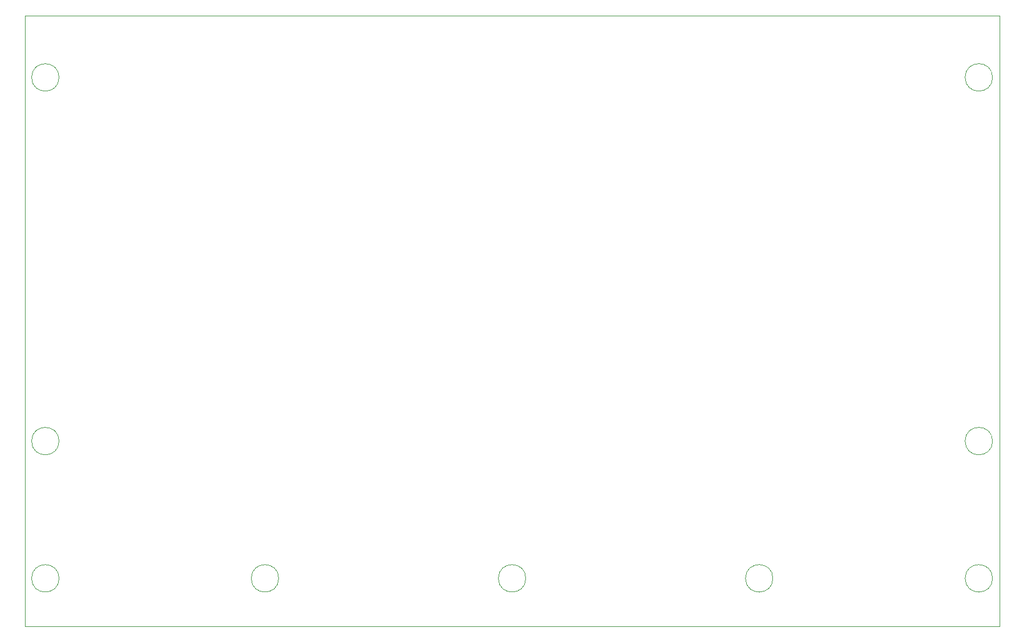
<source format=gbr>
%TF.GenerationSoftware,KiCad,Pcbnew,8.0.6-8.0.6-0~ubuntu22.04.1*%
%TF.CreationDate,2024-11-13T21:37:31+01:00*%
%TF.ProjectId,VCO_RPIpico,56434f5f-5250-4497-9069-636f2e6b6963,0*%
%TF.SameCoordinates,Original*%
%TF.FileFunction,Profile,NP*%
%FSLAX46Y46*%
G04 Gerber Fmt 4.6, Leading zero omitted, Abs format (unit mm)*
G04 Created by KiCad (PCBNEW 8.0.6-8.0.6-0~ubuntu22.04.1) date 2024-11-13 21:37:31*
%MOMM*%
%LPD*%
G01*
G04 APERTURE LIST*
%TA.AperFunction,Profile*%
%ADD10C,0.100000*%
%TD*%
G04 APERTURE END LIST*
D10*
X181000000Y-51000000D02*
G75*
G02*
X177000000Y-51000000I-2000000J0D01*
G01*
X177000000Y-51000000D02*
G75*
G02*
X181000000Y-51000000I2000000J0D01*
G01*
X45000000Y-51000000D02*
G75*
G02*
X41000000Y-51000000I-2000000J0D01*
G01*
X41000000Y-51000000D02*
G75*
G02*
X45000000Y-51000000I2000000J0D01*
G01*
X149000000Y-124000000D02*
G75*
G02*
X145000000Y-124000000I-2000000J0D01*
G01*
X145000000Y-124000000D02*
G75*
G02*
X149000000Y-124000000I2000000J0D01*
G01*
X181000000Y-124000000D02*
G75*
G02*
X177000000Y-124000000I-2000000J0D01*
G01*
X177000000Y-124000000D02*
G75*
G02*
X181000000Y-124000000I2000000J0D01*
G01*
X113000000Y-124000000D02*
G75*
G02*
X109000000Y-124000000I-2000000J0D01*
G01*
X109000000Y-124000000D02*
G75*
G02*
X113000000Y-124000000I2000000J0D01*
G01*
X40000000Y-42000000D02*
X182000000Y-42000000D01*
X182000000Y-131000000D01*
X40000000Y-131000000D01*
X40000000Y-42000000D01*
X77000000Y-124000000D02*
G75*
G02*
X73000000Y-124000000I-2000000J0D01*
G01*
X73000000Y-124000000D02*
G75*
G02*
X77000000Y-124000000I2000000J0D01*
G01*
X45000000Y-104000000D02*
G75*
G02*
X41000000Y-104000000I-2000000J0D01*
G01*
X41000000Y-104000000D02*
G75*
G02*
X45000000Y-104000000I2000000J0D01*
G01*
X181000000Y-104000000D02*
G75*
G02*
X177000000Y-104000000I-2000000J0D01*
G01*
X177000000Y-104000000D02*
G75*
G02*
X181000000Y-104000000I2000000J0D01*
G01*
X45000000Y-124000000D02*
G75*
G02*
X41000000Y-124000000I-2000000J0D01*
G01*
X41000000Y-124000000D02*
G75*
G02*
X45000000Y-124000000I2000000J0D01*
G01*
M02*

</source>
